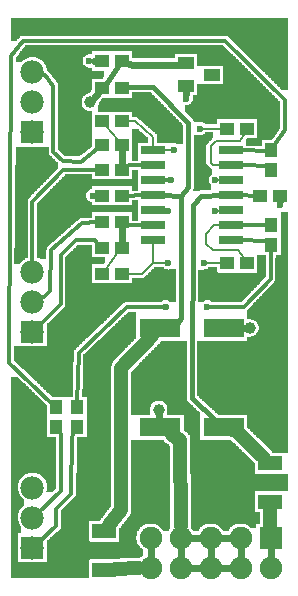
<source format=gtl>
G04 MADE WITH FRITZING*
G04 WWW.FRITZING.ORG*
G04 DOUBLE SIDED*
G04 HOLES PLATED*
G04 CONTOUR ON CENTER OF CONTOUR VECTOR*
%ASAXBY*%
%FSLAX23Y23*%
%MOIN*%
%OFA0B0*%
%SFA1.0B1.0*%
%ADD10C,0.075000*%
%ADD11C,0.078000*%
%ADD12C,0.023622*%
%ADD13C,0.039370*%
%ADD14R,0.078000X0.078000*%
%ADD15R,0.075000X0.075000*%
%ADD16R,0.080000X0.026000*%
%ADD17R,0.055118X0.039370*%
%ADD18R,0.137795X0.062992*%
%ADD19R,0.078736X0.049208*%
%ADD20R,0.078736X0.049222*%
%ADD21R,0.047244X0.043307*%
%ADD22R,0.043307X0.047244*%
%ADD23C,0.024000*%
%ADD24C,0.048000*%
%ADD25C,0.016000*%
%ADD26C,0.012000*%
%ADD27C,0.008000*%
%LNCOPPER1*%
G90*
G70*
G54D10*
X850Y1837D03*
X790Y1663D03*
X110Y1402D03*
X890Y810D03*
X251Y894D03*
X731Y1009D03*
X548Y755D03*
X309Y444D03*
G54D11*
X110Y143D03*
X110Y243D03*
X110Y343D03*
X110Y143D03*
X110Y243D03*
X110Y343D03*
X110Y1528D03*
X110Y1628D03*
X110Y1728D03*
X110Y1528D03*
X110Y1628D03*
X110Y1728D03*
X110Y863D03*
X110Y963D03*
X110Y1063D03*
X110Y863D03*
X110Y963D03*
X110Y1063D03*
G54D10*
X904Y176D03*
X904Y76D03*
X804Y176D03*
X804Y76D03*
X704Y176D03*
X704Y76D03*
X604Y176D03*
X604Y76D03*
X504Y176D03*
X504Y76D03*
G54D12*
X937Y1284D03*
X311Y1316D03*
G54D13*
X531Y603D03*
X834Y875D03*
G54D12*
X571Y1367D03*
X720Y1367D03*
X563Y1265D03*
X720Y1265D03*
X681Y1091D03*
X563Y1091D03*
X583Y1470D03*
X670Y1540D03*
X554Y945D03*
X693Y945D03*
X622Y1639D03*
G54D13*
X303Y1627D03*
G54D12*
X299Y1765D03*
G54D14*
X110Y143D03*
X110Y143D03*
X110Y1528D03*
X110Y1528D03*
X110Y863D03*
X110Y863D03*
G54D15*
X904Y176D03*
G54D16*
X512Y1467D03*
X512Y1417D03*
X512Y1367D03*
X512Y1317D03*
X512Y1267D03*
X512Y1217D03*
X512Y1167D03*
X773Y1167D03*
X773Y1217D03*
X773Y1267D03*
X773Y1317D03*
X773Y1367D03*
X773Y1417D03*
X773Y1467D03*
G54D17*
X708Y1719D03*
X622Y1682D03*
X622Y1757D03*
G54D18*
X535Y875D03*
X748Y875D03*
X535Y544D03*
X748Y544D03*
G54D19*
X901Y296D03*
G54D20*
X901Y424D03*
G54D19*
X350Y198D03*
G54D20*
X350Y70D03*
G54D21*
X342Y1316D03*
X409Y1316D03*
X870Y1316D03*
X937Y1316D03*
X342Y1765D03*
X409Y1765D03*
X342Y1674D03*
X409Y1674D03*
G54D22*
X189Y544D03*
X189Y611D03*
X260Y544D03*
X260Y611D03*
X905Y1402D03*
X905Y1469D03*
G54D21*
X342Y1564D03*
X409Y1564D03*
X342Y1485D03*
X409Y1485D03*
X342Y1402D03*
X409Y1402D03*
X342Y1056D03*
X409Y1056D03*
X342Y1229D03*
X409Y1229D03*
G54D22*
X905Y1151D03*
X905Y1217D03*
G54D21*
X760Y1091D03*
X827Y1091D03*
X342Y1143D03*
X409Y1143D03*
X760Y1540D03*
X827Y1540D03*
G54D23*
X604Y147D02*
X604Y104D01*
D02*
X704Y104D02*
X704Y147D01*
D02*
X804Y104D02*
X804Y147D01*
D02*
X675Y76D02*
X632Y76D01*
D02*
X675Y176D02*
X632Y176D01*
D02*
X732Y176D02*
X775Y176D01*
D02*
X732Y76D02*
X775Y76D01*
D02*
X904Y104D02*
X904Y147D01*
D02*
X504Y104D02*
X504Y147D01*
G54D24*
D02*
X902Y277D02*
X903Y215D01*
D02*
X384Y71D02*
X464Y74D01*
D02*
X788Y533D02*
X748Y544D01*
D02*
X881Y443D02*
X788Y533D01*
G54D25*
D02*
X645Y1284D02*
X673Y1316D01*
D02*
X641Y642D02*
X645Y1284D01*
D02*
X673Y1316D02*
X738Y1317D01*
D02*
X720Y570D02*
X641Y642D01*
G54D24*
D02*
X406Y269D02*
X406Y742D01*
D02*
X406Y742D02*
X510Y849D01*
D02*
X365Y217D02*
X406Y269D01*
G54D25*
D02*
X606Y910D02*
X606Y1316D01*
D02*
X586Y879D02*
X606Y910D01*
D02*
X606Y1316D02*
X546Y1317D01*
D02*
X535Y875D02*
X586Y879D01*
G54D24*
D02*
X603Y501D02*
X576Y518D01*
D02*
X604Y215D02*
X603Y501D01*
G54D26*
D02*
X807Y1317D02*
X852Y1316D01*
G54D23*
D02*
X937Y1299D02*
X937Y1300D01*
G54D26*
D02*
X477Y1317D02*
X427Y1316D01*
D02*
X324Y1316D02*
X320Y1316D01*
G54D23*
D02*
X534Y570D02*
X533Y584D01*
D02*
X811Y875D02*
X815Y875D01*
G54D26*
D02*
X109Y1295D02*
X213Y1402D01*
D02*
X213Y1402D02*
X324Y1402D01*
G54D27*
D02*
X355Y1072D02*
X397Y1127D01*
G54D26*
D02*
X110Y1088D02*
X109Y1295D01*
D02*
X153Y1718D02*
X134Y1722D01*
D02*
X212Y1431D02*
X180Y1462D01*
D02*
X271Y1430D02*
X212Y1431D01*
D02*
X180Y1683D02*
X153Y1718D01*
D02*
X324Y1471D02*
X271Y1430D01*
D02*
X180Y1462D02*
X180Y1683D01*
D02*
X546Y1367D02*
X561Y1367D01*
G54D27*
D02*
X738Y1367D02*
X730Y1367D01*
G54D26*
D02*
X553Y1265D02*
X546Y1266D01*
G54D27*
D02*
X730Y1265D02*
X738Y1266D01*
G54D23*
D02*
X409Y1159D02*
X409Y1213D01*
G54D26*
D02*
X433Y1218D02*
X477Y1218D01*
D02*
X427Y1221D02*
X433Y1218D01*
G54D27*
D02*
X512Y1092D02*
X512Y1160D01*
D02*
X476Y1056D02*
X512Y1092D01*
D02*
X427Y1056D02*
X476Y1056D01*
G54D26*
D02*
X889Y1217D02*
X807Y1217D01*
G54D23*
D02*
X409Y1419D02*
X409Y1469D01*
G54D26*
D02*
X433Y1418D02*
X477Y1418D01*
D02*
X427Y1414D02*
X433Y1418D01*
G54D27*
D02*
X511Y1513D02*
X512Y1475D01*
D02*
X452Y1564D02*
X511Y1513D01*
D02*
X427Y1564D02*
X452Y1564D01*
D02*
X396Y1501D02*
X356Y1548D01*
G54D26*
D02*
X149Y978D02*
X133Y972D01*
D02*
X173Y1135D02*
X170Y997D01*
D02*
X170Y997D02*
X149Y978D01*
D02*
X276Y1226D02*
X173Y1135D01*
D02*
X324Y1228D02*
X276Y1226D01*
D02*
X319Y1167D02*
X256Y1167D01*
D02*
X205Y1119D02*
X205Y954D01*
D02*
X205Y954D02*
X128Y880D01*
D02*
X256Y1167D02*
X205Y1119D01*
D02*
X327Y1159D02*
X319Y1167D01*
G54D27*
D02*
X679Y1540D02*
X742Y1540D01*
D02*
X546Y1468D02*
X573Y1469D01*
D02*
X512Y1092D02*
X553Y1091D01*
D02*
X690Y1091D02*
X742Y1091D01*
D02*
X512Y1160D02*
X512Y1092D01*
G54D26*
D02*
X889Y1166D02*
X807Y1167D01*
D02*
X889Y1166D02*
X889Y1166D01*
D02*
X898Y1466D02*
X905Y1469D01*
D02*
X807Y1467D02*
X898Y1466D01*
D02*
X906Y1415D02*
X807Y1417D01*
D02*
X905Y1402D02*
X906Y1415D01*
G54D27*
D02*
X713Y1418D02*
X738Y1418D01*
D02*
X721Y1497D02*
X705Y1481D01*
D02*
X803Y1497D02*
X721Y1497D01*
D02*
X705Y1481D02*
X705Y1426D01*
D02*
X705Y1426D02*
X713Y1419D01*
D02*
X818Y1524D02*
X803Y1497D01*
D02*
X712Y1135D02*
X689Y1154D01*
D02*
X795Y1135D02*
X712Y1135D01*
D02*
X689Y1154D02*
X689Y1190D01*
D02*
X689Y1190D02*
X716Y1218D01*
D02*
X716Y1218D02*
X738Y1218D01*
D02*
X815Y1108D02*
X795Y1135D01*
G54D26*
D02*
X703Y945D02*
X815Y945D01*
D02*
X904Y1040D02*
X905Y1132D01*
D02*
X425Y945D02*
X545Y945D01*
D02*
X264Y792D02*
X425Y945D01*
D02*
X190Y214D02*
X190Y273D01*
D02*
X190Y273D02*
X240Y323D01*
D02*
X243Y512D02*
X250Y526D01*
D02*
X240Y323D02*
X243Y512D01*
D02*
X815Y945D02*
X904Y1040D01*
D02*
X260Y629D02*
X264Y792D01*
D02*
X128Y160D02*
X190Y214D01*
D02*
X204Y521D02*
X204Y333D01*
D02*
X204Y333D02*
X128Y260D01*
D02*
X201Y526D02*
X204Y521D01*
D02*
X953Y1634D02*
X953Y1536D01*
D02*
X32Y760D02*
X40Y1781D01*
D02*
X40Y1781D02*
X79Y1833D01*
D02*
X79Y1833D02*
X753Y1833D01*
D02*
X753Y1833D02*
X953Y1634D01*
D02*
X953Y1536D02*
X918Y1487D01*
D02*
X173Y626D02*
X32Y760D01*
G54D25*
D02*
X429Y1678D02*
X427Y1678D01*
D02*
X511Y1678D02*
X429Y1678D01*
D02*
X630Y1560D02*
X511Y1678D01*
D02*
X630Y1344D02*
X630Y1560D01*
D02*
X606Y1316D02*
X630Y1344D01*
D02*
X546Y1317D02*
X606Y1316D01*
G54D23*
D02*
X622Y1668D02*
X622Y1654D01*
G54D25*
D02*
X354Y1690D02*
X397Y1749D01*
G54D23*
D02*
X329Y1658D02*
X315Y1642D01*
D02*
X441Y1753D02*
X606Y1753D01*
D02*
X606Y1753D02*
X622Y1757D01*
D02*
X427Y1758D02*
X441Y1753D01*
D02*
X324Y1765D02*
X314Y1765D01*
G36*
X40Y1909D02*
X40Y1849D01*
X758Y1849D01*
X758Y1847D01*
X762Y1847D01*
X762Y1845D01*
X764Y1845D01*
X764Y1843D01*
X766Y1843D01*
X766Y1841D01*
X768Y1841D01*
X768Y1839D01*
X770Y1839D01*
X770Y1837D01*
X772Y1837D01*
X772Y1835D01*
X774Y1835D01*
X774Y1833D01*
X776Y1833D01*
X776Y1831D01*
X778Y1831D01*
X778Y1829D01*
X780Y1829D01*
X780Y1827D01*
X782Y1827D01*
X782Y1825D01*
X784Y1825D01*
X784Y1823D01*
X786Y1823D01*
X786Y1821D01*
X788Y1821D01*
X788Y1819D01*
X790Y1819D01*
X790Y1817D01*
X792Y1817D01*
X792Y1815D01*
X794Y1815D01*
X794Y1813D01*
X796Y1813D01*
X796Y1811D01*
X798Y1811D01*
X798Y1809D01*
X800Y1809D01*
X800Y1807D01*
X802Y1807D01*
X802Y1805D01*
X804Y1805D01*
X804Y1803D01*
X806Y1803D01*
X806Y1801D01*
X808Y1801D01*
X808Y1799D01*
X810Y1799D01*
X810Y1797D01*
X812Y1797D01*
X812Y1795D01*
X814Y1795D01*
X814Y1793D01*
X816Y1793D01*
X816Y1791D01*
X818Y1791D01*
X818Y1789D01*
X820Y1789D01*
X820Y1787D01*
X822Y1787D01*
X822Y1785D01*
X824Y1785D01*
X824Y1783D01*
X826Y1783D01*
X826Y1781D01*
X828Y1781D01*
X828Y1779D01*
X830Y1779D01*
X830Y1777D01*
X832Y1777D01*
X832Y1775D01*
X834Y1775D01*
X834Y1773D01*
X836Y1773D01*
X836Y1771D01*
X838Y1771D01*
X838Y1769D01*
X840Y1769D01*
X840Y1767D01*
X842Y1767D01*
X842Y1765D01*
X844Y1765D01*
X844Y1763D01*
X846Y1763D01*
X846Y1761D01*
X848Y1761D01*
X848Y1759D01*
X850Y1759D01*
X850Y1757D01*
X852Y1757D01*
X852Y1755D01*
X854Y1755D01*
X854Y1753D01*
X856Y1753D01*
X856Y1751D01*
X858Y1751D01*
X858Y1749D01*
X860Y1749D01*
X860Y1747D01*
X862Y1747D01*
X862Y1745D01*
X864Y1745D01*
X864Y1743D01*
X866Y1743D01*
X866Y1741D01*
X868Y1741D01*
X868Y1739D01*
X870Y1739D01*
X870Y1737D01*
X872Y1737D01*
X872Y1735D01*
X874Y1735D01*
X874Y1733D01*
X876Y1733D01*
X876Y1731D01*
X878Y1731D01*
X878Y1729D01*
X882Y1729D01*
X882Y1727D01*
X884Y1727D01*
X884Y1725D01*
X886Y1725D01*
X886Y1723D01*
X888Y1723D01*
X888Y1721D01*
X890Y1721D01*
X890Y1719D01*
X892Y1719D01*
X892Y1717D01*
X894Y1717D01*
X894Y1715D01*
X896Y1715D01*
X896Y1713D01*
X898Y1713D01*
X898Y1711D01*
X900Y1711D01*
X900Y1709D01*
X902Y1709D01*
X902Y1707D01*
X904Y1707D01*
X904Y1705D01*
X906Y1705D01*
X906Y1703D01*
X908Y1703D01*
X908Y1701D01*
X910Y1701D01*
X910Y1699D01*
X912Y1699D01*
X912Y1697D01*
X914Y1697D01*
X914Y1695D01*
X916Y1695D01*
X916Y1693D01*
X918Y1693D01*
X918Y1691D01*
X920Y1691D01*
X920Y1689D01*
X922Y1689D01*
X922Y1687D01*
X924Y1687D01*
X924Y1685D01*
X926Y1685D01*
X926Y1683D01*
X928Y1683D01*
X928Y1681D01*
X930Y1681D01*
X930Y1679D01*
X932Y1679D01*
X932Y1677D01*
X934Y1677D01*
X934Y1675D01*
X936Y1675D01*
X936Y1673D01*
X938Y1673D01*
X938Y1671D01*
X940Y1671D01*
X940Y1669D01*
X942Y1669D01*
X942Y1667D01*
X962Y1667D01*
X962Y1909D01*
X40Y1909D01*
G37*
D02*
G36*
X40Y1849D02*
X40Y1833D01*
X60Y1833D01*
X60Y1837D01*
X62Y1837D01*
X62Y1839D01*
X64Y1839D01*
X64Y1841D01*
X66Y1841D01*
X66Y1843D01*
X68Y1843D01*
X68Y1845D01*
X70Y1845D01*
X70Y1847D01*
X74Y1847D01*
X74Y1849D01*
X40Y1849D01*
G37*
D02*
G36*
X86Y1817D02*
X86Y1815D01*
X84Y1815D01*
X84Y1813D01*
X82Y1813D01*
X82Y1809D01*
X80Y1809D01*
X80Y1807D01*
X78Y1807D01*
X78Y1805D01*
X76Y1805D01*
X76Y1801D01*
X74Y1801D01*
X74Y1799D01*
X72Y1799D01*
X72Y1797D01*
X442Y1797D01*
X442Y1787D01*
X660Y1787D01*
X660Y1749D01*
X746Y1749D01*
X746Y1689D01*
X660Y1689D01*
X660Y1653D01*
X644Y1653D01*
X644Y1633D01*
X642Y1633D01*
X642Y1629D01*
X640Y1629D01*
X640Y1625D01*
X638Y1625D01*
X638Y1623D01*
X636Y1623D01*
X636Y1621D01*
X632Y1621D01*
X632Y1619D01*
X628Y1619D01*
X628Y1617D01*
X618Y1617D01*
X618Y1597D01*
X620Y1597D01*
X620Y1595D01*
X622Y1595D01*
X622Y1593D01*
X624Y1593D01*
X624Y1591D01*
X626Y1591D01*
X626Y1589D01*
X628Y1589D01*
X628Y1587D01*
X630Y1587D01*
X630Y1585D01*
X632Y1585D01*
X632Y1583D01*
X634Y1583D01*
X634Y1581D01*
X636Y1581D01*
X636Y1579D01*
X638Y1579D01*
X638Y1577D01*
X640Y1577D01*
X640Y1575D01*
X642Y1575D01*
X642Y1573D01*
X860Y1573D01*
X860Y1509D01*
X824Y1509D01*
X824Y1505D01*
X822Y1505D01*
X822Y1483D01*
X874Y1483D01*
X874Y1503D01*
X910Y1503D01*
X910Y1505D01*
X912Y1505D01*
X912Y1509D01*
X914Y1509D01*
X914Y1511D01*
X916Y1511D01*
X916Y1513D01*
X918Y1513D01*
X918Y1517D01*
X920Y1517D01*
X920Y1519D01*
X922Y1519D01*
X922Y1523D01*
X924Y1523D01*
X924Y1525D01*
X926Y1525D01*
X926Y1527D01*
X928Y1527D01*
X928Y1531D01*
X930Y1531D01*
X930Y1533D01*
X932Y1533D01*
X932Y1537D01*
X934Y1537D01*
X934Y1539D01*
X936Y1539D01*
X936Y1629D01*
X934Y1629D01*
X934Y1631D01*
X932Y1631D01*
X932Y1633D01*
X930Y1633D01*
X930Y1635D01*
X928Y1635D01*
X928Y1637D01*
X926Y1637D01*
X926Y1639D01*
X924Y1639D01*
X924Y1641D01*
X922Y1641D01*
X922Y1643D01*
X920Y1643D01*
X920Y1645D01*
X918Y1645D01*
X918Y1647D01*
X916Y1647D01*
X916Y1649D01*
X914Y1649D01*
X914Y1651D01*
X912Y1651D01*
X912Y1653D01*
X910Y1653D01*
X910Y1655D01*
X908Y1655D01*
X908Y1657D01*
X906Y1657D01*
X906Y1659D01*
X904Y1659D01*
X904Y1661D01*
X902Y1661D01*
X902Y1663D01*
X900Y1663D01*
X900Y1665D01*
X898Y1665D01*
X898Y1667D01*
X896Y1667D01*
X896Y1669D01*
X894Y1669D01*
X894Y1671D01*
X892Y1671D01*
X892Y1673D01*
X890Y1673D01*
X890Y1675D01*
X888Y1675D01*
X888Y1677D01*
X886Y1677D01*
X886Y1679D01*
X884Y1679D01*
X884Y1681D01*
X882Y1681D01*
X882Y1683D01*
X880Y1683D01*
X880Y1685D01*
X878Y1685D01*
X878Y1687D01*
X876Y1687D01*
X876Y1689D01*
X874Y1689D01*
X874Y1691D01*
X872Y1691D01*
X872Y1693D01*
X870Y1693D01*
X870Y1695D01*
X868Y1695D01*
X868Y1697D01*
X866Y1697D01*
X866Y1699D01*
X864Y1699D01*
X864Y1701D01*
X862Y1701D01*
X862Y1703D01*
X860Y1703D01*
X860Y1705D01*
X858Y1705D01*
X858Y1707D01*
X856Y1707D01*
X856Y1709D01*
X854Y1709D01*
X854Y1711D01*
X852Y1711D01*
X852Y1713D01*
X850Y1713D01*
X850Y1715D01*
X848Y1715D01*
X848Y1717D01*
X846Y1717D01*
X846Y1719D01*
X844Y1719D01*
X844Y1721D01*
X842Y1721D01*
X842Y1723D01*
X840Y1723D01*
X840Y1725D01*
X838Y1725D01*
X838Y1727D01*
X836Y1727D01*
X836Y1729D01*
X834Y1729D01*
X834Y1731D01*
X832Y1731D01*
X832Y1733D01*
X830Y1733D01*
X830Y1735D01*
X828Y1735D01*
X828Y1737D01*
X826Y1737D01*
X826Y1739D01*
X824Y1739D01*
X824Y1741D01*
X822Y1741D01*
X822Y1743D01*
X820Y1743D01*
X820Y1745D01*
X818Y1745D01*
X818Y1747D01*
X816Y1747D01*
X816Y1749D01*
X814Y1749D01*
X814Y1751D01*
X812Y1751D01*
X812Y1753D01*
X810Y1753D01*
X810Y1755D01*
X808Y1755D01*
X808Y1757D01*
X806Y1757D01*
X806Y1759D01*
X804Y1759D01*
X804Y1761D01*
X802Y1761D01*
X802Y1763D01*
X800Y1763D01*
X800Y1765D01*
X798Y1765D01*
X798Y1767D01*
X796Y1767D01*
X796Y1769D01*
X794Y1769D01*
X794Y1771D01*
X792Y1771D01*
X792Y1773D01*
X790Y1773D01*
X790Y1775D01*
X788Y1775D01*
X788Y1777D01*
X786Y1777D01*
X786Y1779D01*
X784Y1779D01*
X784Y1781D01*
X782Y1781D01*
X782Y1783D01*
X780Y1783D01*
X780Y1785D01*
X778Y1785D01*
X778Y1787D01*
X774Y1787D01*
X774Y1789D01*
X772Y1789D01*
X772Y1791D01*
X770Y1791D01*
X770Y1793D01*
X768Y1793D01*
X768Y1795D01*
X766Y1795D01*
X766Y1797D01*
X764Y1797D01*
X764Y1799D01*
X762Y1799D01*
X762Y1801D01*
X760Y1801D01*
X760Y1803D01*
X758Y1803D01*
X758Y1805D01*
X756Y1805D01*
X756Y1807D01*
X754Y1807D01*
X754Y1809D01*
X752Y1809D01*
X752Y1811D01*
X750Y1811D01*
X750Y1813D01*
X748Y1813D01*
X748Y1815D01*
X746Y1815D01*
X746Y1817D01*
X86Y1817D01*
G37*
D02*
G36*
X70Y1797D02*
X70Y1793D01*
X68Y1793D01*
X68Y1791D01*
X66Y1791D01*
X66Y1789D01*
X64Y1789D01*
X64Y1785D01*
X62Y1785D01*
X62Y1783D01*
X60Y1783D01*
X60Y1781D01*
X58Y1781D01*
X58Y1777D01*
X122Y1777D01*
X122Y1775D01*
X128Y1775D01*
X128Y1773D01*
X132Y1773D01*
X132Y1771D01*
X136Y1771D01*
X136Y1769D01*
X138Y1769D01*
X138Y1767D01*
X142Y1767D01*
X142Y1765D01*
X144Y1765D01*
X144Y1763D01*
X146Y1763D01*
X146Y1761D01*
X148Y1761D01*
X148Y1757D01*
X150Y1757D01*
X150Y1755D01*
X152Y1755D01*
X152Y1751D01*
X154Y1751D01*
X154Y1749D01*
X156Y1749D01*
X156Y1741D01*
X158Y1741D01*
X158Y1733D01*
X160Y1733D01*
X160Y1731D01*
X162Y1731D01*
X162Y1729D01*
X164Y1729D01*
X164Y1727D01*
X166Y1727D01*
X166Y1725D01*
X168Y1725D01*
X168Y1723D01*
X170Y1723D01*
X170Y1721D01*
X172Y1721D01*
X172Y1717D01*
X174Y1717D01*
X174Y1715D01*
X176Y1715D01*
X176Y1713D01*
X178Y1713D01*
X178Y1711D01*
X180Y1711D01*
X180Y1707D01*
X182Y1707D01*
X182Y1705D01*
X184Y1705D01*
X184Y1703D01*
X186Y1703D01*
X186Y1701D01*
X188Y1701D01*
X188Y1697D01*
X190Y1697D01*
X190Y1695D01*
X192Y1695D01*
X192Y1693D01*
X194Y1693D01*
X194Y1689D01*
X196Y1689D01*
X196Y1469D01*
X198Y1469D01*
X198Y1467D01*
X200Y1467D01*
X200Y1465D01*
X202Y1465D01*
X202Y1463D01*
X204Y1463D01*
X204Y1461D01*
X206Y1461D01*
X206Y1459D01*
X208Y1459D01*
X208Y1457D01*
X210Y1457D01*
X210Y1455D01*
X212Y1455D01*
X212Y1453D01*
X214Y1453D01*
X214Y1451D01*
X216Y1451D01*
X216Y1449D01*
X218Y1449D01*
X218Y1447D01*
X268Y1447D01*
X268Y1449D01*
X270Y1449D01*
X270Y1451D01*
X272Y1451D01*
X272Y1453D01*
X276Y1453D01*
X276Y1455D01*
X278Y1455D01*
X278Y1457D01*
X280Y1457D01*
X280Y1459D01*
X284Y1459D01*
X284Y1461D01*
X286Y1461D01*
X286Y1463D01*
X288Y1463D01*
X288Y1465D01*
X292Y1465D01*
X292Y1467D01*
X294Y1467D01*
X294Y1469D01*
X296Y1469D01*
X296Y1471D01*
X298Y1471D01*
X298Y1473D01*
X302Y1473D01*
X302Y1475D01*
X304Y1475D01*
X304Y1477D01*
X306Y1477D01*
X306Y1479D01*
X308Y1479D01*
X308Y1597D01*
X300Y1597D01*
X300Y1599D01*
X292Y1599D01*
X292Y1601D01*
X288Y1601D01*
X288Y1603D01*
X286Y1603D01*
X286Y1605D01*
X282Y1605D01*
X282Y1607D01*
X280Y1607D01*
X280Y1611D01*
X278Y1611D01*
X278Y1613D01*
X276Y1613D01*
X276Y1619D01*
X274Y1619D01*
X274Y1637D01*
X276Y1637D01*
X276Y1641D01*
X278Y1641D01*
X278Y1645D01*
X280Y1645D01*
X280Y1647D01*
X282Y1647D01*
X282Y1649D01*
X284Y1649D01*
X284Y1651D01*
X286Y1651D01*
X286Y1653D01*
X290Y1653D01*
X290Y1655D01*
X296Y1655D01*
X296Y1657D01*
X300Y1657D01*
X300Y1659D01*
X302Y1659D01*
X302Y1661D01*
X304Y1661D01*
X304Y1663D01*
X306Y1663D01*
X306Y1667D01*
X308Y1667D01*
X308Y1705D01*
X344Y1705D01*
X344Y1709D01*
X346Y1709D01*
X346Y1711D01*
X348Y1711D01*
X348Y1713D01*
X350Y1713D01*
X350Y1733D01*
X308Y1733D01*
X308Y1743D01*
X294Y1743D01*
X294Y1745D01*
X288Y1745D01*
X288Y1747D01*
X286Y1747D01*
X286Y1749D01*
X284Y1749D01*
X284Y1751D01*
X282Y1751D01*
X282Y1753D01*
X280Y1753D01*
X280Y1757D01*
X278Y1757D01*
X278Y1773D01*
X280Y1773D01*
X280Y1777D01*
X282Y1777D01*
X282Y1779D01*
X284Y1779D01*
X284Y1781D01*
X286Y1781D01*
X286Y1783D01*
X288Y1783D01*
X288Y1785D01*
X294Y1785D01*
X294Y1787D01*
X308Y1787D01*
X308Y1795D01*
X310Y1795D01*
X310Y1797D01*
X70Y1797D01*
G37*
D02*
G36*
X442Y1787D02*
X442Y1775D01*
X584Y1775D01*
X584Y1787D01*
X442Y1787D01*
G37*
D02*
G36*
X56Y1777D02*
X56Y1763D01*
X76Y1763D01*
X76Y1765D01*
X78Y1765D01*
X78Y1767D01*
X82Y1767D01*
X82Y1769D01*
X84Y1769D01*
X84Y1771D01*
X88Y1771D01*
X88Y1773D01*
X92Y1773D01*
X92Y1775D01*
X98Y1775D01*
X98Y1777D01*
X56Y1777D01*
G37*
D02*
G36*
X642Y1573D02*
X642Y1571D01*
X644Y1571D01*
X644Y1569D01*
X646Y1569D01*
X646Y1565D01*
X648Y1565D01*
X648Y1561D01*
X678Y1561D01*
X678Y1559D01*
X682Y1559D01*
X682Y1557D01*
X684Y1557D01*
X684Y1555D01*
X726Y1555D01*
X726Y1573D01*
X642Y1573D01*
G37*
D02*
G36*
X442Y1661D02*
X442Y1643D01*
X344Y1643D01*
X344Y1641D01*
X342Y1641D01*
X342Y1639D01*
X340Y1639D01*
X340Y1637D01*
X338Y1637D01*
X338Y1633D01*
X336Y1633D01*
X336Y1631D01*
X334Y1631D01*
X334Y1629D01*
X332Y1629D01*
X332Y1617D01*
X330Y1617D01*
X330Y1595D01*
X442Y1595D01*
X442Y1577D01*
X460Y1577D01*
X460Y1575D01*
X462Y1575D01*
X462Y1573D01*
X464Y1573D01*
X464Y1571D01*
X466Y1571D01*
X466Y1569D01*
X470Y1569D01*
X470Y1567D01*
X472Y1567D01*
X472Y1565D01*
X474Y1565D01*
X474Y1563D01*
X476Y1563D01*
X476Y1561D01*
X478Y1561D01*
X478Y1559D01*
X480Y1559D01*
X480Y1557D01*
X482Y1557D01*
X482Y1555D01*
X486Y1555D01*
X486Y1553D01*
X488Y1553D01*
X488Y1551D01*
X490Y1551D01*
X490Y1549D01*
X492Y1549D01*
X492Y1547D01*
X494Y1547D01*
X494Y1545D01*
X496Y1545D01*
X496Y1543D01*
X500Y1543D01*
X500Y1541D01*
X502Y1541D01*
X502Y1539D01*
X504Y1539D01*
X504Y1537D01*
X506Y1537D01*
X506Y1535D01*
X508Y1535D01*
X508Y1533D01*
X510Y1533D01*
X510Y1531D01*
X512Y1531D01*
X512Y1529D01*
X516Y1529D01*
X516Y1527D01*
X518Y1527D01*
X518Y1525D01*
X520Y1525D01*
X520Y1523D01*
X522Y1523D01*
X522Y1521D01*
X524Y1521D01*
X524Y1513D01*
X526Y1513D01*
X526Y1491D01*
X590Y1491D01*
X590Y1489D01*
X612Y1489D01*
X612Y1553D01*
X610Y1553D01*
X610Y1555D01*
X608Y1555D01*
X608Y1557D01*
X606Y1557D01*
X606Y1559D01*
X604Y1559D01*
X604Y1561D01*
X602Y1561D01*
X602Y1563D01*
X600Y1563D01*
X600Y1565D01*
X598Y1565D01*
X598Y1567D01*
X596Y1567D01*
X596Y1569D01*
X594Y1569D01*
X594Y1571D01*
X592Y1571D01*
X592Y1573D01*
X590Y1573D01*
X590Y1575D01*
X588Y1575D01*
X588Y1577D01*
X586Y1577D01*
X586Y1579D01*
X584Y1579D01*
X584Y1581D01*
X582Y1581D01*
X582Y1583D01*
X580Y1583D01*
X580Y1585D01*
X578Y1585D01*
X578Y1587D01*
X576Y1587D01*
X576Y1589D01*
X574Y1589D01*
X574Y1591D01*
X572Y1591D01*
X572Y1593D01*
X570Y1593D01*
X570Y1595D01*
X568Y1595D01*
X568Y1597D01*
X566Y1597D01*
X566Y1599D01*
X564Y1599D01*
X564Y1601D01*
X562Y1601D01*
X562Y1603D01*
X560Y1603D01*
X560Y1605D01*
X558Y1605D01*
X558Y1607D01*
X556Y1607D01*
X556Y1609D01*
X554Y1609D01*
X554Y1611D01*
X552Y1611D01*
X552Y1613D01*
X550Y1613D01*
X550Y1615D01*
X548Y1615D01*
X548Y1617D01*
X546Y1617D01*
X546Y1619D01*
X544Y1619D01*
X544Y1621D01*
X542Y1621D01*
X542Y1623D01*
X540Y1623D01*
X540Y1625D01*
X538Y1625D01*
X538Y1627D01*
X536Y1627D01*
X536Y1629D01*
X534Y1629D01*
X534Y1631D01*
X532Y1631D01*
X532Y1633D01*
X530Y1633D01*
X530Y1635D01*
X528Y1635D01*
X528Y1637D01*
X526Y1637D01*
X526Y1639D01*
X524Y1639D01*
X524Y1641D01*
X522Y1641D01*
X522Y1643D01*
X520Y1643D01*
X520Y1645D01*
X518Y1645D01*
X518Y1647D01*
X516Y1647D01*
X516Y1649D01*
X514Y1649D01*
X514Y1651D01*
X512Y1651D01*
X512Y1653D01*
X510Y1653D01*
X510Y1655D01*
X508Y1655D01*
X508Y1657D01*
X506Y1657D01*
X506Y1659D01*
X504Y1659D01*
X504Y1661D01*
X442Y1661D01*
G37*
D02*
G36*
X442Y1537D02*
X442Y1433D01*
X462Y1433D01*
X462Y1491D01*
X494Y1491D01*
X494Y1511D01*
X490Y1511D01*
X490Y1513D01*
X488Y1513D01*
X488Y1515D01*
X486Y1515D01*
X486Y1517D01*
X484Y1517D01*
X484Y1519D01*
X482Y1519D01*
X482Y1521D01*
X480Y1521D01*
X480Y1523D01*
X478Y1523D01*
X478Y1525D01*
X474Y1525D01*
X474Y1527D01*
X472Y1527D01*
X472Y1529D01*
X470Y1529D01*
X470Y1531D01*
X468Y1531D01*
X468Y1533D01*
X466Y1533D01*
X466Y1535D01*
X464Y1535D01*
X464Y1537D01*
X442Y1537D01*
G37*
D02*
G36*
X686Y1527D02*
X686Y1525D01*
X684Y1525D01*
X684Y1523D01*
X682Y1523D01*
X682Y1521D01*
X678Y1521D01*
X678Y1519D01*
X648Y1519D01*
X648Y1339D01*
X646Y1339D01*
X646Y1335D01*
X644Y1335D01*
X644Y1331D01*
X664Y1331D01*
X664Y1333D01*
X668Y1333D01*
X668Y1335D01*
X704Y1335D01*
X704Y1355D01*
X702Y1355D01*
X702Y1357D01*
X700Y1357D01*
X700Y1363D01*
X698Y1363D01*
X698Y1371D01*
X700Y1371D01*
X700Y1377D01*
X702Y1377D01*
X702Y1381D01*
X704Y1381D01*
X704Y1383D01*
X706Y1383D01*
X706Y1385D01*
X710Y1385D01*
X710Y1405D01*
X706Y1405D01*
X706Y1407D01*
X704Y1407D01*
X704Y1409D01*
X702Y1409D01*
X702Y1411D01*
X700Y1411D01*
X700Y1413D01*
X698Y1413D01*
X698Y1415D01*
X696Y1415D01*
X696Y1417D01*
X694Y1417D01*
X694Y1419D01*
X692Y1419D01*
X692Y1423D01*
X690Y1423D01*
X690Y1485D01*
X692Y1485D01*
X692Y1489D01*
X694Y1489D01*
X694Y1491D01*
X696Y1491D01*
X696Y1493D01*
X698Y1493D01*
X698Y1495D01*
X700Y1495D01*
X700Y1497D01*
X702Y1497D01*
X702Y1499D01*
X704Y1499D01*
X704Y1501D01*
X706Y1501D01*
X706Y1503D01*
X708Y1503D01*
X708Y1505D01*
X710Y1505D01*
X710Y1507D01*
X712Y1507D01*
X712Y1527D01*
X686Y1527D01*
G37*
D02*
G36*
X54Y1479D02*
X54Y1419D01*
X52Y1419D01*
X52Y1143D01*
X50Y1143D01*
X50Y1089D01*
X70Y1089D01*
X70Y1093D01*
X72Y1093D01*
X72Y1095D01*
X74Y1095D01*
X74Y1097D01*
X76Y1097D01*
X76Y1099D01*
X78Y1099D01*
X78Y1101D01*
X80Y1101D01*
X80Y1103D01*
X84Y1103D01*
X84Y1105D01*
X86Y1105D01*
X86Y1107D01*
X90Y1107D01*
X90Y1109D01*
X94Y1109D01*
X94Y1303D01*
X96Y1303D01*
X96Y1305D01*
X98Y1305D01*
X98Y1307D01*
X100Y1307D01*
X100Y1309D01*
X102Y1309D01*
X102Y1311D01*
X104Y1311D01*
X104Y1315D01*
X106Y1315D01*
X106Y1317D01*
X108Y1317D01*
X108Y1319D01*
X110Y1319D01*
X110Y1321D01*
X112Y1321D01*
X112Y1323D01*
X114Y1323D01*
X114Y1325D01*
X116Y1325D01*
X116Y1327D01*
X118Y1327D01*
X118Y1329D01*
X120Y1329D01*
X120Y1331D01*
X122Y1331D01*
X122Y1333D01*
X124Y1333D01*
X124Y1335D01*
X126Y1335D01*
X126Y1337D01*
X128Y1337D01*
X128Y1339D01*
X130Y1339D01*
X130Y1341D01*
X132Y1341D01*
X132Y1343D01*
X134Y1343D01*
X134Y1345D01*
X136Y1345D01*
X136Y1347D01*
X138Y1347D01*
X138Y1349D01*
X140Y1349D01*
X140Y1351D01*
X142Y1351D01*
X142Y1353D01*
X144Y1353D01*
X144Y1355D01*
X146Y1355D01*
X146Y1357D01*
X148Y1357D01*
X148Y1359D01*
X150Y1359D01*
X150Y1361D01*
X152Y1361D01*
X152Y1363D01*
X154Y1363D01*
X154Y1365D01*
X156Y1365D01*
X156Y1367D01*
X158Y1367D01*
X158Y1369D01*
X160Y1369D01*
X160Y1371D01*
X162Y1371D01*
X162Y1373D01*
X164Y1373D01*
X164Y1375D01*
X166Y1375D01*
X166Y1377D01*
X168Y1377D01*
X168Y1381D01*
X170Y1381D01*
X170Y1383D01*
X172Y1383D01*
X172Y1385D01*
X174Y1385D01*
X174Y1387D01*
X176Y1387D01*
X176Y1389D01*
X178Y1389D01*
X178Y1391D01*
X180Y1391D01*
X180Y1393D01*
X182Y1393D01*
X182Y1395D01*
X184Y1395D01*
X184Y1397D01*
X186Y1397D01*
X186Y1399D01*
X188Y1399D01*
X188Y1401D01*
X190Y1401D01*
X190Y1403D01*
X192Y1403D01*
X192Y1405D01*
X194Y1405D01*
X194Y1427D01*
X192Y1427D01*
X192Y1429D01*
X190Y1429D01*
X190Y1431D01*
X188Y1431D01*
X188Y1433D01*
X186Y1433D01*
X186Y1435D01*
X184Y1435D01*
X184Y1437D01*
X182Y1437D01*
X182Y1439D01*
X180Y1439D01*
X180Y1441D01*
X178Y1441D01*
X178Y1443D01*
X176Y1443D01*
X176Y1445D01*
X174Y1445D01*
X174Y1447D01*
X172Y1447D01*
X172Y1449D01*
X170Y1449D01*
X170Y1451D01*
X168Y1451D01*
X168Y1453D01*
X166Y1453D01*
X166Y1459D01*
X164Y1459D01*
X164Y1479D01*
X54Y1479D01*
G37*
D02*
G36*
X442Y1401D02*
X442Y1371D01*
X462Y1371D01*
X462Y1401D01*
X442Y1401D01*
G37*
D02*
G36*
X220Y1387D02*
X220Y1385D01*
X218Y1385D01*
X218Y1383D01*
X216Y1383D01*
X216Y1381D01*
X214Y1381D01*
X214Y1379D01*
X212Y1379D01*
X212Y1377D01*
X210Y1377D01*
X210Y1375D01*
X208Y1375D01*
X208Y1373D01*
X206Y1373D01*
X206Y1371D01*
X308Y1371D01*
X308Y1387D01*
X220Y1387D01*
G37*
D02*
G36*
X204Y1371D02*
X204Y1369D01*
X462Y1369D01*
X462Y1371D01*
X204Y1371D01*
G37*
D02*
G36*
X204Y1371D02*
X204Y1369D01*
X462Y1369D01*
X462Y1371D01*
X204Y1371D01*
G37*
D02*
G36*
X202Y1369D02*
X202Y1367D01*
X200Y1367D01*
X200Y1365D01*
X198Y1365D01*
X198Y1363D01*
X196Y1363D01*
X196Y1361D01*
X194Y1361D01*
X194Y1359D01*
X192Y1359D01*
X192Y1357D01*
X190Y1357D01*
X190Y1355D01*
X188Y1355D01*
X188Y1353D01*
X186Y1353D01*
X186Y1351D01*
X184Y1351D01*
X184Y1349D01*
X182Y1349D01*
X182Y1347D01*
X442Y1347D01*
X442Y1333D01*
X462Y1333D01*
X462Y1369D01*
X202Y1369D01*
G37*
D02*
G36*
X180Y1347D02*
X180Y1345D01*
X178Y1345D01*
X178Y1343D01*
X176Y1343D01*
X176Y1341D01*
X174Y1341D01*
X174Y1339D01*
X172Y1339D01*
X172Y1337D01*
X170Y1337D01*
X170Y1335D01*
X168Y1335D01*
X168Y1331D01*
X166Y1331D01*
X166Y1329D01*
X164Y1329D01*
X164Y1327D01*
X162Y1327D01*
X162Y1325D01*
X160Y1325D01*
X160Y1323D01*
X158Y1323D01*
X158Y1321D01*
X156Y1321D01*
X156Y1319D01*
X154Y1319D01*
X154Y1317D01*
X152Y1317D01*
X152Y1315D01*
X150Y1315D01*
X150Y1313D01*
X148Y1313D01*
X148Y1311D01*
X146Y1311D01*
X146Y1309D01*
X144Y1309D01*
X144Y1307D01*
X142Y1307D01*
X142Y1305D01*
X140Y1305D01*
X140Y1303D01*
X138Y1303D01*
X138Y1301D01*
X136Y1301D01*
X136Y1299D01*
X134Y1299D01*
X134Y1297D01*
X132Y1297D01*
X132Y1295D01*
X130Y1295D01*
X130Y1293D01*
X128Y1293D01*
X128Y1291D01*
X126Y1291D01*
X126Y1285D01*
X308Y1285D01*
X308Y1295D01*
X302Y1295D01*
X302Y1297D01*
X298Y1297D01*
X298Y1299D01*
X296Y1299D01*
X296Y1301D01*
X294Y1301D01*
X294Y1303D01*
X292Y1303D01*
X292Y1307D01*
X290Y1307D01*
X290Y1325D01*
X292Y1325D01*
X292Y1329D01*
X294Y1329D01*
X294Y1331D01*
X296Y1331D01*
X296Y1333D01*
X298Y1333D01*
X298Y1335D01*
X302Y1335D01*
X302Y1337D01*
X308Y1337D01*
X308Y1347D01*
X180Y1347D01*
G37*
D02*
G36*
X442Y1301D02*
X442Y1285D01*
X462Y1285D01*
X462Y1301D01*
X442Y1301D01*
G37*
D02*
G36*
X126Y1285D02*
X126Y1283D01*
X462Y1283D01*
X462Y1285D01*
X126Y1285D01*
G37*
D02*
G36*
X126Y1285D02*
X126Y1283D01*
X462Y1283D01*
X462Y1285D01*
X126Y1285D01*
G37*
D02*
G36*
X126Y1283D02*
X126Y1261D01*
X442Y1261D01*
X442Y1233D01*
X462Y1233D01*
X462Y1283D01*
X126Y1283D01*
G37*
D02*
G36*
X126Y1261D02*
X126Y1109D01*
X130Y1109D01*
X130Y1107D01*
X134Y1107D01*
X134Y1105D01*
X156Y1105D01*
X156Y1135D01*
X158Y1135D01*
X158Y1143D01*
X160Y1143D01*
X160Y1145D01*
X162Y1145D01*
X162Y1147D01*
X164Y1147D01*
X164Y1149D01*
X166Y1149D01*
X166Y1151D01*
X168Y1151D01*
X168Y1153D01*
X170Y1153D01*
X170Y1155D01*
X172Y1155D01*
X172Y1157D01*
X174Y1157D01*
X174Y1159D01*
X176Y1159D01*
X176Y1161D01*
X180Y1161D01*
X180Y1163D01*
X182Y1163D01*
X182Y1165D01*
X184Y1165D01*
X184Y1167D01*
X186Y1167D01*
X186Y1169D01*
X188Y1169D01*
X188Y1171D01*
X190Y1171D01*
X190Y1173D01*
X192Y1173D01*
X192Y1175D01*
X196Y1175D01*
X196Y1177D01*
X198Y1177D01*
X198Y1179D01*
X200Y1179D01*
X200Y1181D01*
X202Y1181D01*
X202Y1183D01*
X204Y1183D01*
X204Y1185D01*
X206Y1185D01*
X206Y1187D01*
X208Y1187D01*
X208Y1189D01*
X212Y1189D01*
X212Y1191D01*
X214Y1191D01*
X214Y1193D01*
X216Y1193D01*
X216Y1195D01*
X218Y1195D01*
X218Y1197D01*
X220Y1197D01*
X220Y1199D01*
X222Y1199D01*
X222Y1201D01*
X224Y1201D01*
X224Y1203D01*
X226Y1203D01*
X226Y1205D01*
X230Y1205D01*
X230Y1207D01*
X232Y1207D01*
X232Y1209D01*
X234Y1209D01*
X234Y1211D01*
X236Y1211D01*
X236Y1213D01*
X238Y1213D01*
X238Y1215D01*
X240Y1215D01*
X240Y1217D01*
X242Y1217D01*
X242Y1219D01*
X246Y1219D01*
X246Y1221D01*
X248Y1221D01*
X248Y1223D01*
X250Y1223D01*
X250Y1225D01*
X252Y1225D01*
X252Y1227D01*
X254Y1227D01*
X254Y1229D01*
X256Y1229D01*
X256Y1231D01*
X258Y1231D01*
X258Y1233D01*
X262Y1233D01*
X262Y1235D01*
X264Y1235D01*
X264Y1237D01*
X266Y1237D01*
X266Y1239D01*
X268Y1239D01*
X268Y1241D01*
X278Y1241D01*
X278Y1243D01*
X308Y1243D01*
X308Y1261D01*
X126Y1261D01*
G37*
D02*
G36*
X938Y1263D02*
X938Y1119D01*
X936Y1119D01*
X936Y1117D01*
X922Y1117D01*
X922Y1109D01*
X920Y1109D01*
X920Y1033D01*
X918Y1033D01*
X918Y1031D01*
X916Y1031D01*
X916Y1029D01*
X914Y1029D01*
X914Y1025D01*
X912Y1025D01*
X912Y1023D01*
X910Y1023D01*
X910Y1021D01*
X908Y1021D01*
X908Y1019D01*
X906Y1019D01*
X906Y1017D01*
X904Y1017D01*
X904Y1015D01*
X902Y1015D01*
X902Y1013D01*
X900Y1013D01*
X900Y1011D01*
X898Y1011D01*
X898Y1009D01*
X896Y1009D01*
X896Y1007D01*
X894Y1007D01*
X894Y1005D01*
X892Y1005D01*
X892Y1003D01*
X890Y1003D01*
X890Y1001D01*
X888Y1001D01*
X888Y999D01*
X886Y999D01*
X886Y997D01*
X884Y997D01*
X884Y995D01*
X882Y995D01*
X882Y993D01*
X880Y993D01*
X880Y989D01*
X878Y989D01*
X878Y987D01*
X876Y987D01*
X876Y985D01*
X874Y985D01*
X874Y983D01*
X872Y983D01*
X872Y981D01*
X870Y981D01*
X870Y979D01*
X868Y979D01*
X868Y977D01*
X866Y977D01*
X866Y975D01*
X864Y975D01*
X864Y973D01*
X862Y973D01*
X862Y971D01*
X860Y971D01*
X860Y969D01*
X858Y969D01*
X858Y967D01*
X856Y967D01*
X856Y965D01*
X854Y965D01*
X854Y963D01*
X852Y963D01*
X852Y961D01*
X850Y961D01*
X850Y959D01*
X848Y959D01*
X848Y957D01*
X846Y957D01*
X846Y953D01*
X844Y953D01*
X844Y951D01*
X842Y951D01*
X842Y949D01*
X840Y949D01*
X840Y947D01*
X838Y947D01*
X838Y945D01*
X836Y945D01*
X836Y943D01*
X834Y943D01*
X834Y941D01*
X832Y941D01*
X832Y939D01*
X830Y939D01*
X830Y937D01*
X828Y937D01*
X828Y935D01*
X826Y935D01*
X826Y905D01*
X840Y905D01*
X840Y903D01*
X846Y903D01*
X846Y901D01*
X850Y901D01*
X850Y899D01*
X854Y899D01*
X854Y897D01*
X856Y897D01*
X856Y895D01*
X858Y895D01*
X858Y891D01*
X860Y891D01*
X860Y889D01*
X862Y889D01*
X862Y883D01*
X864Y883D01*
X864Y867D01*
X862Y867D01*
X862Y863D01*
X860Y863D01*
X860Y859D01*
X858Y859D01*
X858Y857D01*
X856Y857D01*
X856Y853D01*
X852Y853D01*
X852Y851D01*
X850Y851D01*
X850Y849D01*
X846Y849D01*
X846Y847D01*
X840Y847D01*
X840Y845D01*
X826Y845D01*
X826Y833D01*
X660Y833D01*
X660Y649D01*
X662Y649D01*
X662Y647D01*
X664Y647D01*
X664Y645D01*
X666Y645D01*
X666Y643D01*
X668Y643D01*
X668Y641D01*
X670Y641D01*
X670Y639D01*
X672Y639D01*
X672Y637D01*
X674Y637D01*
X674Y635D01*
X676Y635D01*
X676Y633D01*
X678Y633D01*
X678Y631D01*
X682Y631D01*
X682Y629D01*
X684Y629D01*
X684Y627D01*
X686Y627D01*
X686Y625D01*
X688Y625D01*
X688Y623D01*
X690Y623D01*
X690Y621D01*
X692Y621D01*
X692Y619D01*
X694Y619D01*
X694Y617D01*
X696Y617D01*
X696Y615D01*
X698Y615D01*
X698Y613D01*
X700Y613D01*
X700Y611D01*
X702Y611D01*
X702Y609D01*
X706Y609D01*
X706Y607D01*
X708Y607D01*
X708Y605D01*
X710Y605D01*
X710Y603D01*
X712Y603D01*
X712Y601D01*
X714Y601D01*
X714Y599D01*
X716Y599D01*
X716Y597D01*
X718Y597D01*
X718Y595D01*
X720Y595D01*
X720Y593D01*
X722Y593D01*
X722Y591D01*
X724Y591D01*
X724Y589D01*
X726Y589D01*
X726Y587D01*
X730Y587D01*
X730Y585D01*
X826Y585D01*
X826Y543D01*
X828Y543D01*
X828Y541D01*
X830Y541D01*
X830Y539D01*
X832Y539D01*
X832Y537D01*
X834Y537D01*
X834Y535D01*
X836Y535D01*
X836Y533D01*
X838Y533D01*
X838Y531D01*
X840Y531D01*
X840Y529D01*
X842Y529D01*
X842Y527D01*
X844Y527D01*
X844Y525D01*
X846Y525D01*
X846Y523D01*
X848Y523D01*
X848Y521D01*
X850Y521D01*
X850Y519D01*
X852Y519D01*
X852Y517D01*
X854Y517D01*
X854Y515D01*
X856Y515D01*
X856Y513D01*
X858Y513D01*
X858Y511D01*
X860Y511D01*
X860Y509D01*
X862Y509D01*
X862Y507D01*
X866Y507D01*
X866Y505D01*
X868Y505D01*
X868Y503D01*
X870Y503D01*
X870Y501D01*
X872Y501D01*
X872Y499D01*
X874Y499D01*
X874Y497D01*
X876Y497D01*
X876Y495D01*
X878Y495D01*
X878Y493D01*
X880Y493D01*
X880Y491D01*
X882Y491D01*
X882Y489D01*
X884Y489D01*
X884Y487D01*
X886Y487D01*
X886Y485D01*
X888Y485D01*
X888Y483D01*
X890Y483D01*
X890Y481D01*
X892Y481D01*
X892Y479D01*
X894Y479D01*
X894Y477D01*
X896Y477D01*
X896Y475D01*
X898Y475D01*
X898Y473D01*
X900Y473D01*
X900Y471D01*
X902Y471D01*
X902Y469D01*
X904Y469D01*
X904Y467D01*
X906Y467D01*
X906Y465D01*
X908Y465D01*
X908Y463D01*
X910Y463D01*
X910Y459D01*
X962Y459D01*
X962Y1263D01*
X938Y1263D01*
G37*
D02*
G36*
X260Y1151D02*
X260Y1149D01*
X258Y1149D01*
X258Y1147D01*
X256Y1147D01*
X256Y1145D01*
X254Y1145D01*
X254Y1143D01*
X252Y1143D01*
X252Y1141D01*
X250Y1141D01*
X250Y1139D01*
X248Y1139D01*
X248Y1137D01*
X246Y1137D01*
X246Y1135D01*
X244Y1135D01*
X244Y1133D01*
X242Y1133D01*
X242Y1131D01*
X240Y1131D01*
X240Y1129D01*
X238Y1129D01*
X238Y1127D01*
X236Y1127D01*
X236Y1125D01*
X232Y1125D01*
X232Y1123D01*
X230Y1123D01*
X230Y1121D01*
X228Y1121D01*
X228Y1119D01*
X226Y1119D01*
X226Y1117D01*
X224Y1117D01*
X224Y1115D01*
X222Y1115D01*
X222Y1113D01*
X220Y1113D01*
X220Y1025D01*
X308Y1025D01*
X308Y1087D01*
X350Y1087D01*
X350Y1091D01*
X352Y1091D01*
X352Y1111D01*
X308Y1111D01*
X308Y1151D01*
X260Y1151D01*
G37*
D02*
G36*
X516Y1077D02*
X516Y1075D01*
X514Y1075D01*
X514Y1073D01*
X512Y1073D01*
X512Y1071D01*
X510Y1071D01*
X510Y1069D01*
X562Y1069D01*
X562Y1071D01*
X554Y1071D01*
X554Y1073D01*
X550Y1073D01*
X550Y1075D01*
X548Y1075D01*
X548Y1077D01*
X516Y1077D01*
G37*
D02*
G36*
X564Y1071D02*
X564Y1069D01*
X588Y1069D01*
X588Y1071D01*
X564Y1071D01*
G37*
D02*
G36*
X508Y1069D02*
X508Y1067D01*
X588Y1067D01*
X588Y1069D01*
X508Y1069D01*
G37*
D02*
G36*
X508Y1069D02*
X508Y1067D01*
X588Y1067D01*
X588Y1069D01*
X508Y1069D01*
G37*
D02*
G36*
X506Y1067D02*
X506Y1065D01*
X504Y1065D01*
X504Y1063D01*
X502Y1063D01*
X502Y1061D01*
X500Y1061D01*
X500Y1059D01*
X498Y1059D01*
X498Y1057D01*
X496Y1057D01*
X496Y1055D01*
X494Y1055D01*
X494Y1053D01*
X492Y1053D01*
X492Y1051D01*
X490Y1051D01*
X490Y1049D01*
X488Y1049D01*
X488Y1047D01*
X486Y1047D01*
X486Y1045D01*
X482Y1045D01*
X482Y1043D01*
X442Y1043D01*
X442Y1025D01*
X588Y1025D01*
X588Y1067D01*
X506Y1067D01*
G37*
D02*
G36*
X220Y1025D02*
X220Y1023D01*
X588Y1023D01*
X588Y1025D01*
X220Y1025D01*
G37*
D02*
G36*
X220Y1025D02*
X220Y1023D01*
X588Y1023D01*
X588Y1025D01*
X220Y1025D01*
G37*
D02*
G36*
X220Y1023D02*
X220Y967D01*
X562Y967D01*
X562Y965D01*
X566Y965D01*
X566Y963D01*
X568Y963D01*
X568Y961D01*
X588Y961D01*
X588Y1023D01*
X220Y1023D01*
G37*
D02*
G36*
X220Y967D02*
X220Y947D01*
X218Y947D01*
X218Y945D01*
X216Y945D01*
X216Y943D01*
X214Y943D01*
X214Y941D01*
X212Y941D01*
X212Y939D01*
X210Y939D01*
X210Y937D01*
X208Y937D01*
X208Y935D01*
X206Y935D01*
X206Y933D01*
X204Y933D01*
X204Y931D01*
X202Y931D01*
X202Y929D01*
X200Y929D01*
X200Y927D01*
X198Y927D01*
X198Y925D01*
X196Y925D01*
X196Y923D01*
X194Y923D01*
X194Y921D01*
X192Y921D01*
X192Y919D01*
X190Y919D01*
X190Y917D01*
X188Y917D01*
X188Y915D01*
X186Y915D01*
X186Y913D01*
X184Y913D01*
X184Y911D01*
X182Y911D01*
X182Y909D01*
X180Y909D01*
X180Y907D01*
X178Y907D01*
X178Y905D01*
X176Y905D01*
X176Y903D01*
X174Y903D01*
X174Y901D01*
X172Y901D01*
X172Y899D01*
X170Y899D01*
X170Y897D01*
X168Y897D01*
X168Y895D01*
X166Y895D01*
X166Y893D01*
X162Y893D01*
X162Y891D01*
X160Y891D01*
X160Y815D01*
X48Y815D01*
X48Y767D01*
X50Y767D01*
X50Y765D01*
X52Y765D01*
X52Y763D01*
X54Y763D01*
X54Y761D01*
X56Y761D01*
X56Y759D01*
X58Y759D01*
X58Y757D01*
X60Y757D01*
X60Y755D01*
X62Y755D01*
X62Y753D01*
X64Y753D01*
X64Y751D01*
X66Y751D01*
X66Y749D01*
X68Y749D01*
X68Y747D01*
X70Y747D01*
X70Y745D01*
X72Y745D01*
X72Y743D01*
X74Y743D01*
X74Y741D01*
X76Y741D01*
X76Y739D01*
X80Y739D01*
X80Y737D01*
X82Y737D01*
X82Y735D01*
X84Y735D01*
X84Y733D01*
X86Y733D01*
X86Y731D01*
X88Y731D01*
X88Y729D01*
X90Y729D01*
X90Y727D01*
X92Y727D01*
X92Y725D01*
X94Y725D01*
X94Y723D01*
X96Y723D01*
X96Y721D01*
X98Y721D01*
X98Y719D01*
X100Y719D01*
X100Y717D01*
X102Y717D01*
X102Y715D01*
X104Y715D01*
X104Y713D01*
X106Y713D01*
X106Y711D01*
X108Y711D01*
X108Y709D01*
X110Y709D01*
X110Y707D01*
X112Y707D01*
X112Y705D01*
X114Y705D01*
X114Y703D01*
X116Y703D01*
X116Y701D01*
X118Y701D01*
X118Y699D01*
X122Y699D01*
X122Y697D01*
X124Y697D01*
X124Y695D01*
X126Y695D01*
X126Y693D01*
X128Y693D01*
X128Y691D01*
X130Y691D01*
X130Y689D01*
X132Y689D01*
X132Y687D01*
X134Y687D01*
X134Y685D01*
X136Y685D01*
X136Y683D01*
X138Y683D01*
X138Y681D01*
X140Y681D01*
X140Y679D01*
X142Y679D01*
X142Y677D01*
X144Y677D01*
X144Y675D01*
X146Y675D01*
X146Y673D01*
X148Y673D01*
X148Y671D01*
X150Y671D01*
X150Y669D01*
X152Y669D01*
X152Y667D01*
X154Y667D01*
X154Y665D01*
X156Y665D01*
X156Y663D01*
X158Y663D01*
X158Y661D01*
X160Y661D01*
X160Y659D01*
X164Y659D01*
X164Y657D01*
X166Y657D01*
X166Y655D01*
X168Y655D01*
X168Y653D01*
X170Y653D01*
X170Y651D01*
X172Y651D01*
X172Y649D01*
X174Y649D01*
X174Y647D01*
X176Y647D01*
X176Y645D01*
X244Y645D01*
X244Y671D01*
X246Y671D01*
X246Y761D01*
X248Y761D01*
X248Y799D01*
X250Y799D01*
X250Y801D01*
X252Y801D01*
X252Y803D01*
X254Y803D01*
X254Y805D01*
X256Y805D01*
X256Y807D01*
X258Y807D01*
X258Y809D01*
X260Y809D01*
X260Y811D01*
X262Y811D01*
X262Y813D01*
X264Y813D01*
X264Y815D01*
X266Y815D01*
X266Y817D01*
X268Y817D01*
X268Y819D01*
X270Y819D01*
X270Y821D01*
X272Y821D01*
X272Y823D01*
X274Y823D01*
X274Y825D01*
X276Y825D01*
X276Y827D01*
X278Y827D01*
X278Y829D01*
X280Y829D01*
X280Y831D01*
X282Y831D01*
X282Y833D01*
X284Y833D01*
X284Y835D01*
X286Y835D01*
X286Y837D01*
X288Y837D01*
X288Y839D01*
X290Y839D01*
X290Y841D01*
X292Y841D01*
X292Y843D01*
X296Y843D01*
X296Y845D01*
X298Y845D01*
X298Y847D01*
X300Y847D01*
X300Y849D01*
X302Y849D01*
X302Y851D01*
X304Y851D01*
X304Y853D01*
X306Y853D01*
X306Y855D01*
X308Y855D01*
X308Y857D01*
X310Y857D01*
X310Y859D01*
X312Y859D01*
X312Y861D01*
X314Y861D01*
X314Y863D01*
X316Y863D01*
X316Y865D01*
X318Y865D01*
X318Y867D01*
X320Y867D01*
X320Y869D01*
X322Y869D01*
X322Y871D01*
X324Y871D01*
X324Y873D01*
X326Y873D01*
X326Y875D01*
X328Y875D01*
X328Y877D01*
X330Y877D01*
X330Y879D01*
X332Y879D01*
X332Y881D01*
X334Y881D01*
X334Y883D01*
X336Y883D01*
X336Y885D01*
X340Y885D01*
X340Y887D01*
X342Y887D01*
X342Y889D01*
X344Y889D01*
X344Y891D01*
X346Y891D01*
X346Y893D01*
X348Y893D01*
X348Y895D01*
X350Y895D01*
X350Y897D01*
X352Y897D01*
X352Y899D01*
X354Y899D01*
X354Y901D01*
X356Y901D01*
X356Y903D01*
X358Y903D01*
X358Y905D01*
X360Y905D01*
X360Y907D01*
X362Y907D01*
X362Y909D01*
X364Y909D01*
X364Y911D01*
X366Y911D01*
X366Y913D01*
X368Y913D01*
X368Y915D01*
X370Y915D01*
X370Y917D01*
X372Y917D01*
X372Y919D01*
X374Y919D01*
X374Y921D01*
X376Y921D01*
X376Y923D01*
X378Y923D01*
X378Y925D01*
X382Y925D01*
X382Y927D01*
X384Y927D01*
X384Y929D01*
X386Y929D01*
X386Y931D01*
X388Y931D01*
X388Y933D01*
X390Y933D01*
X390Y935D01*
X392Y935D01*
X392Y937D01*
X394Y937D01*
X394Y939D01*
X396Y939D01*
X396Y941D01*
X398Y941D01*
X398Y943D01*
X400Y943D01*
X400Y945D01*
X402Y945D01*
X402Y947D01*
X404Y947D01*
X404Y949D01*
X406Y949D01*
X406Y951D01*
X408Y951D01*
X408Y953D01*
X410Y953D01*
X410Y955D01*
X412Y955D01*
X412Y957D01*
X414Y957D01*
X414Y959D01*
X418Y959D01*
X418Y961D01*
X540Y961D01*
X540Y963D01*
X542Y963D01*
X542Y965D01*
X546Y965D01*
X546Y967D01*
X220Y967D01*
G37*
D02*
G36*
X860Y1117D02*
X860Y1059D01*
X888Y1059D01*
X888Y1117D01*
X860Y1117D01*
G37*
D02*
G36*
X696Y1077D02*
X696Y1075D01*
X694Y1075D01*
X694Y1073D01*
X690Y1073D01*
X690Y1071D01*
X682Y1071D01*
X682Y1069D01*
X662Y1069D01*
X662Y1059D01*
X728Y1059D01*
X728Y1061D01*
X726Y1061D01*
X726Y1077D01*
X696Y1077D01*
G37*
D02*
G36*
X662Y1059D02*
X662Y1057D01*
X888Y1057D01*
X888Y1059D01*
X662Y1059D01*
G37*
D02*
G36*
X662Y1059D02*
X662Y1057D01*
X888Y1057D01*
X888Y1059D01*
X662Y1059D01*
G37*
D02*
G36*
X662Y1057D02*
X662Y967D01*
X702Y967D01*
X702Y965D01*
X704Y965D01*
X704Y963D01*
X708Y963D01*
X708Y961D01*
X808Y961D01*
X808Y963D01*
X810Y963D01*
X810Y965D01*
X812Y965D01*
X812Y967D01*
X814Y967D01*
X814Y969D01*
X816Y969D01*
X816Y971D01*
X818Y971D01*
X818Y973D01*
X820Y973D01*
X820Y975D01*
X822Y975D01*
X822Y977D01*
X824Y977D01*
X824Y979D01*
X826Y979D01*
X826Y981D01*
X828Y981D01*
X828Y983D01*
X830Y983D01*
X830Y985D01*
X832Y985D01*
X832Y987D01*
X834Y987D01*
X834Y989D01*
X836Y989D01*
X836Y993D01*
X838Y993D01*
X838Y995D01*
X840Y995D01*
X840Y997D01*
X842Y997D01*
X842Y999D01*
X844Y999D01*
X844Y1001D01*
X846Y1001D01*
X846Y1003D01*
X848Y1003D01*
X848Y1005D01*
X850Y1005D01*
X850Y1007D01*
X852Y1007D01*
X852Y1009D01*
X854Y1009D01*
X854Y1011D01*
X856Y1011D01*
X856Y1013D01*
X858Y1013D01*
X858Y1015D01*
X860Y1015D01*
X860Y1017D01*
X862Y1017D01*
X862Y1019D01*
X864Y1019D01*
X864Y1021D01*
X866Y1021D01*
X866Y1023D01*
X868Y1023D01*
X868Y1025D01*
X870Y1025D01*
X870Y1029D01*
X872Y1029D01*
X872Y1031D01*
X874Y1031D01*
X874Y1033D01*
X876Y1033D01*
X876Y1035D01*
X878Y1035D01*
X878Y1037D01*
X880Y1037D01*
X880Y1039D01*
X882Y1039D01*
X882Y1041D01*
X884Y1041D01*
X884Y1043D01*
X886Y1043D01*
X886Y1045D01*
X888Y1045D01*
X888Y1057D01*
X662Y1057D01*
G37*
D02*
G36*
X662Y967D02*
X662Y963D01*
X682Y963D01*
X682Y965D01*
X686Y965D01*
X686Y967D01*
X662Y967D01*
G37*
D02*
G36*
X540Y833D02*
X540Y831D01*
X538Y831D01*
X538Y829D01*
X536Y829D01*
X536Y827D01*
X534Y827D01*
X534Y823D01*
X532Y823D01*
X532Y821D01*
X530Y821D01*
X530Y819D01*
X528Y819D01*
X528Y817D01*
X526Y817D01*
X526Y815D01*
X524Y815D01*
X524Y813D01*
X522Y813D01*
X522Y811D01*
X520Y811D01*
X520Y809D01*
X518Y809D01*
X518Y807D01*
X516Y807D01*
X516Y805D01*
X514Y805D01*
X514Y803D01*
X512Y803D01*
X512Y801D01*
X510Y801D01*
X510Y799D01*
X508Y799D01*
X508Y797D01*
X506Y797D01*
X506Y795D01*
X504Y795D01*
X504Y793D01*
X502Y793D01*
X502Y791D01*
X500Y791D01*
X500Y789D01*
X498Y789D01*
X498Y787D01*
X496Y787D01*
X496Y785D01*
X494Y785D01*
X494Y783D01*
X492Y783D01*
X492Y781D01*
X490Y781D01*
X490Y779D01*
X488Y779D01*
X488Y777D01*
X486Y777D01*
X486Y775D01*
X484Y775D01*
X484Y773D01*
X482Y773D01*
X482Y771D01*
X480Y771D01*
X480Y769D01*
X478Y769D01*
X478Y767D01*
X476Y767D01*
X476Y765D01*
X474Y765D01*
X474Y763D01*
X472Y763D01*
X472Y761D01*
X470Y761D01*
X470Y759D01*
X468Y759D01*
X468Y757D01*
X466Y757D01*
X466Y753D01*
X464Y753D01*
X464Y751D01*
X462Y751D01*
X462Y749D01*
X460Y749D01*
X460Y747D01*
X458Y747D01*
X458Y745D01*
X456Y745D01*
X456Y743D01*
X454Y743D01*
X454Y741D01*
X452Y741D01*
X452Y739D01*
X450Y739D01*
X450Y737D01*
X448Y737D01*
X448Y735D01*
X446Y735D01*
X446Y733D01*
X444Y733D01*
X444Y731D01*
X442Y731D01*
X442Y729D01*
X440Y729D01*
X440Y633D01*
X538Y633D01*
X538Y631D01*
X544Y631D01*
X544Y629D01*
X548Y629D01*
X548Y627D01*
X550Y627D01*
X550Y625D01*
X552Y625D01*
X552Y623D01*
X554Y623D01*
X554Y621D01*
X556Y621D01*
X556Y617D01*
X558Y617D01*
X558Y613D01*
X560Y613D01*
X560Y585D01*
X614Y585D01*
X614Y533D01*
X618Y533D01*
X618Y531D01*
X620Y531D01*
X620Y529D01*
X624Y529D01*
X624Y527D01*
X626Y527D01*
X626Y525D01*
X628Y525D01*
X628Y523D01*
X630Y523D01*
X630Y519D01*
X632Y519D01*
X632Y517D01*
X634Y517D01*
X634Y511D01*
X636Y511D01*
X636Y389D01*
X638Y389D01*
X638Y223D01*
X814Y223D01*
X814Y221D01*
X822Y221D01*
X822Y219D01*
X826Y219D01*
X826Y217D01*
X828Y217D01*
X828Y215D01*
X832Y215D01*
X832Y213D01*
X834Y213D01*
X834Y211D01*
X836Y211D01*
X836Y209D01*
X856Y209D01*
X856Y223D01*
X868Y223D01*
X868Y261D01*
X852Y261D01*
X852Y331D01*
X962Y331D01*
X962Y389D01*
X852Y389D01*
X852Y425D01*
X850Y425D01*
X850Y427D01*
X848Y427D01*
X848Y429D01*
X846Y429D01*
X846Y431D01*
X844Y431D01*
X844Y433D01*
X842Y433D01*
X842Y435D01*
X840Y435D01*
X840Y437D01*
X838Y437D01*
X838Y439D01*
X836Y439D01*
X836Y441D01*
X834Y441D01*
X834Y443D01*
X832Y443D01*
X832Y445D01*
X830Y445D01*
X830Y447D01*
X828Y447D01*
X828Y449D01*
X826Y449D01*
X826Y451D01*
X824Y451D01*
X824Y453D01*
X822Y453D01*
X822Y455D01*
X818Y455D01*
X818Y457D01*
X816Y457D01*
X816Y459D01*
X814Y459D01*
X814Y461D01*
X812Y461D01*
X812Y463D01*
X810Y463D01*
X810Y465D01*
X808Y465D01*
X808Y467D01*
X806Y467D01*
X806Y469D01*
X804Y469D01*
X804Y471D01*
X802Y471D01*
X802Y473D01*
X800Y473D01*
X800Y475D01*
X798Y475D01*
X798Y477D01*
X796Y477D01*
X796Y479D01*
X794Y479D01*
X794Y481D01*
X792Y481D01*
X792Y483D01*
X790Y483D01*
X790Y485D01*
X788Y485D01*
X788Y487D01*
X786Y487D01*
X786Y489D01*
X784Y489D01*
X784Y491D01*
X782Y491D01*
X782Y493D01*
X780Y493D01*
X780Y495D01*
X776Y495D01*
X776Y497D01*
X774Y497D01*
X774Y499D01*
X772Y499D01*
X772Y501D01*
X770Y501D01*
X770Y503D01*
X668Y503D01*
X668Y595D01*
X664Y595D01*
X664Y597D01*
X662Y597D01*
X662Y599D01*
X660Y599D01*
X660Y601D01*
X658Y601D01*
X658Y603D01*
X656Y603D01*
X656Y605D01*
X654Y605D01*
X654Y607D01*
X652Y607D01*
X652Y609D01*
X650Y609D01*
X650Y611D01*
X648Y611D01*
X648Y613D01*
X646Y613D01*
X646Y615D01*
X644Y615D01*
X644Y617D01*
X640Y617D01*
X640Y619D01*
X638Y619D01*
X638Y621D01*
X636Y621D01*
X636Y623D01*
X634Y623D01*
X634Y625D01*
X632Y625D01*
X632Y627D01*
X630Y627D01*
X630Y629D01*
X628Y629D01*
X628Y631D01*
X626Y631D01*
X626Y635D01*
X624Y635D01*
X624Y833D01*
X540Y833D01*
G37*
D02*
G36*
X440Y633D02*
X440Y585D01*
X502Y585D01*
X502Y611D01*
X504Y611D01*
X504Y617D01*
X506Y617D01*
X506Y621D01*
X508Y621D01*
X508Y623D01*
X510Y623D01*
X510Y625D01*
X512Y625D01*
X512Y627D01*
X514Y627D01*
X514Y629D01*
X518Y629D01*
X518Y631D01*
X524Y631D01*
X524Y633D01*
X440Y633D01*
G37*
D02*
G36*
X638Y223D02*
X638Y207D01*
X640Y207D01*
X640Y205D01*
X642Y205D01*
X642Y203D01*
X644Y203D01*
X644Y199D01*
X664Y199D01*
X664Y203D01*
X666Y203D01*
X666Y205D01*
X668Y205D01*
X668Y209D01*
X670Y209D01*
X670Y211D01*
X674Y211D01*
X674Y213D01*
X676Y213D01*
X676Y215D01*
X678Y215D01*
X678Y217D01*
X682Y217D01*
X682Y219D01*
X686Y219D01*
X686Y221D01*
X694Y221D01*
X694Y223D01*
X638Y223D01*
G37*
D02*
G36*
X714Y223D02*
X714Y221D01*
X722Y221D01*
X722Y219D01*
X726Y219D01*
X726Y217D01*
X728Y217D01*
X728Y215D01*
X732Y215D01*
X732Y213D01*
X734Y213D01*
X734Y211D01*
X736Y211D01*
X736Y209D01*
X738Y209D01*
X738Y207D01*
X740Y207D01*
X740Y205D01*
X742Y205D01*
X742Y203D01*
X744Y203D01*
X744Y199D01*
X764Y199D01*
X764Y203D01*
X766Y203D01*
X766Y205D01*
X768Y205D01*
X768Y209D01*
X770Y209D01*
X770Y211D01*
X774Y211D01*
X774Y213D01*
X776Y213D01*
X776Y215D01*
X778Y215D01*
X778Y217D01*
X782Y217D01*
X782Y219D01*
X786Y219D01*
X786Y221D01*
X794Y221D01*
X794Y223D01*
X714Y223D01*
G37*
D02*
G36*
X430Y929D02*
X430Y927D01*
X428Y927D01*
X428Y925D01*
X426Y925D01*
X426Y923D01*
X424Y923D01*
X424Y921D01*
X422Y921D01*
X422Y919D01*
X420Y919D01*
X420Y917D01*
X416Y917D01*
X416Y915D01*
X414Y915D01*
X414Y913D01*
X412Y913D01*
X412Y911D01*
X410Y911D01*
X410Y909D01*
X408Y909D01*
X408Y907D01*
X406Y907D01*
X406Y905D01*
X404Y905D01*
X404Y903D01*
X402Y903D01*
X402Y901D01*
X400Y901D01*
X400Y899D01*
X398Y899D01*
X398Y897D01*
X396Y897D01*
X396Y895D01*
X394Y895D01*
X394Y893D01*
X392Y893D01*
X392Y891D01*
X390Y891D01*
X390Y889D01*
X388Y889D01*
X388Y887D01*
X386Y887D01*
X386Y885D01*
X384Y885D01*
X384Y883D01*
X382Y883D01*
X382Y881D01*
X380Y881D01*
X380Y879D01*
X378Y879D01*
X378Y877D01*
X374Y877D01*
X374Y875D01*
X372Y875D01*
X372Y873D01*
X370Y873D01*
X370Y871D01*
X368Y871D01*
X368Y869D01*
X366Y869D01*
X366Y867D01*
X364Y867D01*
X364Y865D01*
X362Y865D01*
X362Y863D01*
X360Y863D01*
X360Y861D01*
X358Y861D01*
X358Y859D01*
X356Y859D01*
X356Y857D01*
X354Y857D01*
X354Y855D01*
X352Y855D01*
X352Y853D01*
X350Y853D01*
X350Y851D01*
X348Y851D01*
X348Y849D01*
X346Y849D01*
X346Y847D01*
X344Y847D01*
X344Y845D01*
X342Y845D01*
X342Y843D01*
X340Y843D01*
X340Y841D01*
X338Y841D01*
X338Y839D01*
X336Y839D01*
X336Y837D01*
X334Y837D01*
X334Y835D01*
X330Y835D01*
X330Y833D01*
X328Y833D01*
X328Y831D01*
X326Y831D01*
X326Y829D01*
X324Y829D01*
X324Y827D01*
X322Y827D01*
X322Y825D01*
X320Y825D01*
X320Y823D01*
X318Y823D01*
X318Y821D01*
X316Y821D01*
X316Y819D01*
X314Y819D01*
X314Y817D01*
X312Y817D01*
X312Y815D01*
X310Y815D01*
X310Y813D01*
X308Y813D01*
X308Y811D01*
X306Y811D01*
X306Y809D01*
X304Y809D01*
X304Y807D01*
X302Y807D01*
X302Y805D01*
X300Y805D01*
X300Y803D01*
X298Y803D01*
X298Y801D01*
X296Y801D01*
X296Y799D01*
X294Y799D01*
X294Y797D01*
X292Y797D01*
X292Y795D01*
X290Y795D01*
X290Y793D01*
X286Y793D01*
X286Y791D01*
X284Y791D01*
X284Y789D01*
X282Y789D01*
X282Y787D01*
X280Y787D01*
X280Y761D01*
X278Y761D01*
X278Y671D01*
X276Y671D01*
X276Y645D01*
X292Y645D01*
X292Y511D01*
X260Y511D01*
X260Y495D01*
X258Y495D01*
X258Y393D01*
X256Y393D01*
X256Y319D01*
X254Y319D01*
X254Y315D01*
X252Y315D01*
X252Y313D01*
X250Y313D01*
X250Y311D01*
X248Y311D01*
X248Y309D01*
X246Y309D01*
X246Y307D01*
X244Y307D01*
X244Y305D01*
X242Y305D01*
X242Y303D01*
X240Y303D01*
X240Y301D01*
X238Y301D01*
X238Y299D01*
X236Y299D01*
X236Y297D01*
X234Y297D01*
X234Y295D01*
X232Y295D01*
X232Y293D01*
X230Y293D01*
X230Y291D01*
X228Y291D01*
X228Y289D01*
X226Y289D01*
X226Y287D01*
X224Y287D01*
X224Y285D01*
X222Y285D01*
X222Y283D01*
X220Y283D01*
X220Y281D01*
X218Y281D01*
X218Y279D01*
X216Y279D01*
X216Y277D01*
X214Y277D01*
X214Y275D01*
X212Y275D01*
X212Y273D01*
X210Y273D01*
X210Y271D01*
X208Y271D01*
X208Y269D01*
X206Y269D01*
X206Y209D01*
X204Y209D01*
X204Y205D01*
X202Y205D01*
X202Y203D01*
X200Y203D01*
X200Y201D01*
X198Y201D01*
X198Y199D01*
X196Y199D01*
X196Y197D01*
X194Y197D01*
X194Y195D01*
X190Y195D01*
X190Y193D01*
X188Y193D01*
X188Y191D01*
X186Y191D01*
X186Y189D01*
X184Y189D01*
X184Y187D01*
X182Y187D01*
X182Y185D01*
X180Y185D01*
X180Y183D01*
X178Y183D01*
X178Y181D01*
X176Y181D01*
X176Y179D01*
X172Y179D01*
X172Y177D01*
X170Y177D01*
X170Y175D01*
X168Y175D01*
X168Y173D01*
X166Y173D01*
X166Y171D01*
X164Y171D01*
X164Y169D01*
X162Y169D01*
X162Y167D01*
X160Y167D01*
X160Y163D01*
X302Y163D01*
X302Y165D01*
X300Y165D01*
X300Y231D01*
X302Y231D01*
X302Y233D01*
X336Y233D01*
X336Y235D01*
X338Y235D01*
X338Y239D01*
X340Y239D01*
X340Y241D01*
X342Y241D01*
X342Y243D01*
X344Y243D01*
X344Y247D01*
X346Y247D01*
X346Y249D01*
X348Y249D01*
X348Y251D01*
X350Y251D01*
X350Y253D01*
X352Y253D01*
X352Y257D01*
X354Y257D01*
X354Y259D01*
X356Y259D01*
X356Y261D01*
X358Y261D01*
X358Y263D01*
X360Y263D01*
X360Y267D01*
X362Y267D01*
X362Y269D01*
X364Y269D01*
X364Y271D01*
X366Y271D01*
X366Y275D01*
X368Y275D01*
X368Y277D01*
X370Y277D01*
X370Y279D01*
X372Y279D01*
X372Y749D01*
X374Y749D01*
X374Y755D01*
X376Y755D01*
X376Y759D01*
X378Y759D01*
X378Y763D01*
X380Y763D01*
X380Y765D01*
X382Y765D01*
X382Y767D01*
X384Y767D01*
X384Y769D01*
X386Y769D01*
X386Y771D01*
X388Y771D01*
X388Y773D01*
X390Y773D01*
X390Y775D01*
X392Y775D01*
X392Y777D01*
X394Y777D01*
X394Y779D01*
X396Y779D01*
X396Y781D01*
X398Y781D01*
X398Y783D01*
X400Y783D01*
X400Y785D01*
X402Y785D01*
X402Y787D01*
X404Y787D01*
X404Y789D01*
X406Y789D01*
X406Y791D01*
X408Y791D01*
X408Y793D01*
X410Y793D01*
X410Y795D01*
X412Y795D01*
X412Y799D01*
X414Y799D01*
X414Y801D01*
X416Y801D01*
X416Y803D01*
X418Y803D01*
X418Y805D01*
X420Y805D01*
X420Y807D01*
X422Y807D01*
X422Y809D01*
X424Y809D01*
X424Y811D01*
X426Y811D01*
X426Y813D01*
X428Y813D01*
X428Y815D01*
X430Y815D01*
X430Y817D01*
X432Y817D01*
X432Y819D01*
X434Y819D01*
X434Y821D01*
X436Y821D01*
X436Y823D01*
X438Y823D01*
X438Y825D01*
X440Y825D01*
X440Y827D01*
X442Y827D01*
X442Y829D01*
X444Y829D01*
X444Y831D01*
X446Y831D01*
X446Y833D01*
X448Y833D01*
X448Y835D01*
X450Y835D01*
X450Y837D01*
X452Y837D01*
X452Y839D01*
X454Y839D01*
X454Y841D01*
X456Y841D01*
X456Y929D01*
X430Y929D01*
G37*
D02*
G36*
X40Y713D02*
X40Y393D01*
X116Y393D01*
X116Y391D01*
X124Y391D01*
X124Y389D01*
X130Y389D01*
X130Y387D01*
X134Y387D01*
X134Y385D01*
X138Y385D01*
X138Y383D01*
X140Y383D01*
X140Y381D01*
X142Y381D01*
X142Y379D01*
X144Y379D01*
X144Y377D01*
X146Y377D01*
X146Y375D01*
X148Y375D01*
X148Y373D01*
X150Y373D01*
X150Y371D01*
X152Y371D01*
X152Y367D01*
X154Y367D01*
X154Y363D01*
X156Y363D01*
X156Y357D01*
X158Y357D01*
X158Y345D01*
X160Y345D01*
X160Y343D01*
X158Y343D01*
X158Y331D01*
X156Y331D01*
X156Y327D01*
X176Y327D01*
X176Y329D01*
X178Y329D01*
X178Y331D01*
X180Y331D01*
X180Y333D01*
X182Y333D01*
X182Y335D01*
X184Y335D01*
X184Y337D01*
X186Y337D01*
X186Y339D01*
X188Y339D01*
X188Y511D01*
X158Y511D01*
X158Y619D01*
X156Y619D01*
X156Y621D01*
X154Y621D01*
X154Y623D01*
X152Y623D01*
X152Y625D01*
X150Y625D01*
X150Y627D01*
X148Y627D01*
X148Y629D01*
X146Y629D01*
X146Y631D01*
X144Y631D01*
X144Y633D01*
X142Y633D01*
X142Y635D01*
X140Y635D01*
X140Y637D01*
X138Y637D01*
X138Y639D01*
X136Y639D01*
X136Y641D01*
X134Y641D01*
X134Y643D01*
X132Y643D01*
X132Y645D01*
X130Y645D01*
X130Y647D01*
X128Y647D01*
X128Y649D01*
X124Y649D01*
X124Y651D01*
X122Y651D01*
X122Y653D01*
X120Y653D01*
X120Y655D01*
X118Y655D01*
X118Y657D01*
X116Y657D01*
X116Y659D01*
X114Y659D01*
X114Y661D01*
X112Y661D01*
X112Y663D01*
X110Y663D01*
X110Y665D01*
X108Y665D01*
X108Y667D01*
X106Y667D01*
X106Y669D01*
X104Y669D01*
X104Y671D01*
X102Y671D01*
X102Y673D01*
X100Y673D01*
X100Y675D01*
X98Y675D01*
X98Y677D01*
X96Y677D01*
X96Y679D01*
X94Y679D01*
X94Y681D01*
X92Y681D01*
X92Y683D01*
X90Y683D01*
X90Y685D01*
X88Y685D01*
X88Y687D01*
X86Y687D01*
X86Y689D01*
X84Y689D01*
X84Y691D01*
X80Y691D01*
X80Y693D01*
X78Y693D01*
X78Y695D01*
X76Y695D01*
X76Y697D01*
X74Y697D01*
X74Y699D01*
X72Y699D01*
X72Y701D01*
X70Y701D01*
X70Y703D01*
X68Y703D01*
X68Y705D01*
X66Y705D01*
X66Y707D01*
X64Y707D01*
X64Y709D01*
X62Y709D01*
X62Y711D01*
X60Y711D01*
X60Y713D01*
X40Y713D01*
G37*
D02*
G36*
X440Y503D02*
X440Y259D01*
X438Y259D01*
X438Y255D01*
X436Y255D01*
X436Y251D01*
X434Y251D01*
X434Y247D01*
X432Y247D01*
X432Y245D01*
X430Y245D01*
X430Y243D01*
X428Y243D01*
X428Y241D01*
X426Y241D01*
X426Y237D01*
X424Y237D01*
X424Y235D01*
X422Y235D01*
X422Y233D01*
X420Y233D01*
X420Y231D01*
X418Y231D01*
X418Y227D01*
X416Y227D01*
X416Y225D01*
X414Y225D01*
X414Y223D01*
X514Y223D01*
X514Y221D01*
X522Y221D01*
X522Y219D01*
X526Y219D01*
X526Y217D01*
X528Y217D01*
X528Y215D01*
X532Y215D01*
X532Y213D01*
X534Y213D01*
X534Y211D01*
X536Y211D01*
X536Y209D01*
X538Y209D01*
X538Y207D01*
X540Y207D01*
X540Y205D01*
X542Y205D01*
X542Y203D01*
X544Y203D01*
X544Y199D01*
X564Y199D01*
X564Y203D01*
X566Y203D01*
X566Y205D01*
X568Y205D01*
X568Y209D01*
X570Y209D01*
X570Y385D01*
X568Y385D01*
X568Y483D01*
X566Y483D01*
X566Y485D01*
X564Y485D01*
X564Y487D01*
X560Y487D01*
X560Y489D01*
X558Y489D01*
X558Y491D01*
X554Y491D01*
X554Y493D01*
X552Y493D01*
X552Y495D01*
X550Y495D01*
X550Y497D01*
X548Y497D01*
X548Y501D01*
X546Y501D01*
X546Y503D01*
X440Y503D01*
G37*
D02*
G36*
X40Y393D02*
X40Y95D01*
X62Y95D01*
X62Y193D01*
X72Y193D01*
X72Y215D01*
X70Y215D01*
X70Y217D01*
X68Y217D01*
X68Y221D01*
X66Y221D01*
X66Y225D01*
X64Y225D01*
X64Y231D01*
X62Y231D01*
X62Y257D01*
X64Y257D01*
X64Y263D01*
X66Y263D01*
X66Y267D01*
X68Y267D01*
X68Y271D01*
X70Y271D01*
X70Y273D01*
X72Y273D01*
X72Y275D01*
X74Y275D01*
X74Y277D01*
X76Y277D01*
X76Y279D01*
X78Y279D01*
X78Y281D01*
X80Y281D01*
X80Y283D01*
X82Y283D01*
X82Y305D01*
X80Y305D01*
X80Y307D01*
X76Y307D01*
X76Y309D01*
X74Y309D01*
X74Y311D01*
X72Y311D01*
X72Y315D01*
X70Y315D01*
X70Y317D01*
X68Y317D01*
X68Y321D01*
X66Y321D01*
X66Y325D01*
X64Y325D01*
X64Y331D01*
X62Y331D01*
X62Y357D01*
X64Y357D01*
X64Y363D01*
X66Y363D01*
X66Y367D01*
X68Y367D01*
X68Y371D01*
X70Y371D01*
X70Y373D01*
X72Y373D01*
X72Y375D01*
X74Y375D01*
X74Y377D01*
X76Y377D01*
X76Y379D01*
X78Y379D01*
X78Y381D01*
X80Y381D01*
X80Y383D01*
X82Y383D01*
X82Y385D01*
X86Y385D01*
X86Y387D01*
X90Y387D01*
X90Y389D01*
X96Y389D01*
X96Y391D01*
X104Y391D01*
X104Y393D01*
X40Y393D01*
G37*
D02*
G36*
X412Y223D02*
X412Y221D01*
X410Y221D01*
X410Y217D01*
X408Y217D01*
X408Y215D01*
X406Y215D01*
X406Y213D01*
X404Y213D01*
X404Y209D01*
X402Y209D01*
X402Y207D01*
X400Y207D01*
X400Y163D01*
X458Y163D01*
X458Y169D01*
X456Y169D01*
X456Y183D01*
X458Y183D01*
X458Y191D01*
X460Y191D01*
X460Y197D01*
X462Y197D01*
X462Y199D01*
X464Y199D01*
X464Y203D01*
X466Y203D01*
X466Y205D01*
X468Y205D01*
X468Y209D01*
X470Y209D01*
X470Y211D01*
X474Y211D01*
X474Y213D01*
X476Y213D01*
X476Y215D01*
X478Y215D01*
X478Y217D01*
X482Y217D01*
X482Y219D01*
X486Y219D01*
X486Y221D01*
X494Y221D01*
X494Y223D01*
X412Y223D01*
G37*
D02*
G36*
X160Y163D02*
X160Y161D01*
X458Y161D01*
X458Y163D01*
X160Y163D01*
G37*
D02*
G36*
X160Y163D02*
X160Y161D01*
X458Y161D01*
X458Y163D01*
X160Y163D01*
G37*
D02*
G36*
X160Y161D02*
X160Y95D01*
X300Y95D01*
X300Y103D01*
X302Y103D01*
X302Y105D01*
X402Y105D01*
X402Y107D01*
X454Y107D01*
X454Y109D01*
X470Y109D01*
X470Y111D01*
X474Y111D01*
X474Y113D01*
X476Y113D01*
X476Y115D01*
X478Y115D01*
X478Y137D01*
X476Y137D01*
X476Y139D01*
X474Y139D01*
X474Y141D01*
X470Y141D01*
X470Y143D01*
X468Y143D01*
X468Y147D01*
X466Y147D01*
X466Y149D01*
X464Y149D01*
X464Y151D01*
X462Y151D01*
X462Y155D01*
X460Y155D01*
X460Y161D01*
X160Y161D01*
G37*
D02*
G36*
X40Y95D02*
X40Y93D01*
X300Y93D01*
X300Y95D01*
X40Y95D01*
G37*
D02*
G36*
X40Y95D02*
X40Y93D01*
X300Y93D01*
X300Y95D01*
X40Y95D01*
G37*
D02*
G36*
X40Y93D02*
X40Y41D01*
X300Y41D01*
X300Y93D01*
X40Y93D01*
G37*
D02*
G04 End of Copper1*
M02*
</source>
